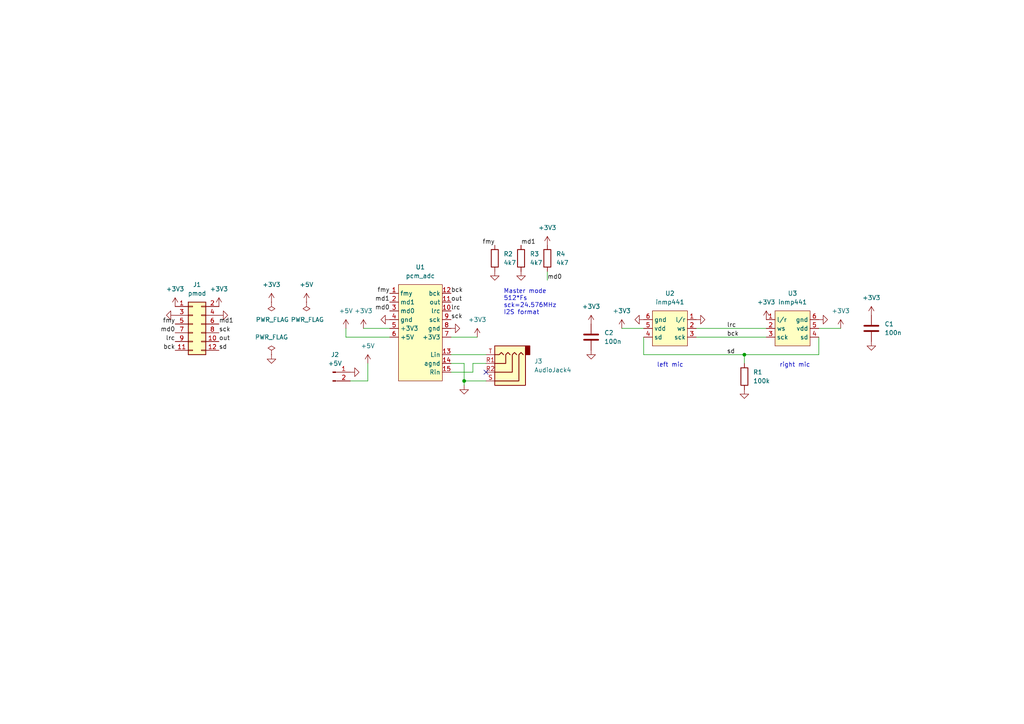
<source format=kicad_sch>
(kicad_sch (version 20211123) (generator eeschema)
  (paper "A4")
  (title_block (title "PMC1808 module & mic") (date "2022-12-16") (rev "1.0"))
  (lib_symbols
    (symbol "Connector:AudioJack4"
      (property "Reference" "J" (at 0 8.89 0))
      (property "Value" "AudioJack4" (at 0 6.35 0))
      (symbol "AudioJack4_0_1"
        (rectangle (start -6.35 -5.08) (end -7.62 -7.62) (stroke (width 0.254)) (fill (type outline)))
        (polyline (pts (xy 0 -5.08) (xy 0.635 -5.715) (xy 1.27 -5.08) (xy 2.54 -5.08)) (stroke (width 0.254)))
        (polyline (pts (xy -5.715 -5.08) (xy -5.08 -5.715) (xy -4.445 -5.08) (xy -4.445 2.54) (xy 2.54 2.54)) (stroke (width 0.254)))
        (polyline (pts (xy -1.905 -5.08) (xy -1.27 -5.715) (xy -0.635 -5.08) (xy -0.635 -2.54) (xy 2.54 -2.54)) (stroke (width 0.254)))
        (polyline (pts (xy 2.54 0) (xy -2.54 0) (xy -2.54 -5.08) (xy -3.175 -5.715) (xy -3.81 -5.08)) (stroke (width 0.254)))
        (rectangle (start 2.54 3.81) (end -6.35 -7.62) (stroke (width 0.254)) (fill (type background)))
      )
      (symbol "AudioJack4_1_1"
        (pin passive line (at 5.08 -2.54 180) (length 2.54) (name "~") (number "R1"))
        (pin passive line (at 5.08 0 180) (length 2.54) (name "~") (number "R2"))
        (pin passive line (at 5.08 2.54 180) (length 2.54) (name "~") (number "S"))
        (pin passive line (at 5.08 -5.08 180) (length 2.54) (name "~") (number "T"))
      )
    )
    (symbol "Connector:Conn_01x02_Male" (pin_names (offset 1.016) hide)
      (property "Reference" "J" (at 0 2.54 0))
      (property "Value" "Conn_01x02_Male" (at 0 -5.08 0))
      (symbol "Conn_01x02_Male_1_1"
        (polyline (pts (xy 1.27 -2.54) (xy 0.8636 -2.54)) (stroke (width 0.1524)))
        (polyline (pts (xy 1.27 0) (xy 0.8636 0)) (stroke (width 0.1524)))
        (rectangle (start 0.8636 -2.413) (end 0 -2.667) (stroke (width 0.1524)) (fill (type outline)))
        (rectangle (start 0.8636 0.127) (end 0 -0.127) (stroke (width 0.1524)) (fill (type outline)))
        (pin passive line (at 5.08 0 180) (length 3.81) (name "Pin_1") (number "1"))
        (pin passive line (at 5.08 -2.54 180) (length 3.81) (name "Pin_2") (number "2"))
      )
    )
    (symbol "Connector_Generic:Conn_02x06_Odd_Even" (pin_names (offset 1.016) hide)
      (property "Reference" "J" (at 1.27 7.62 0))
      (property "Value" "Conn_02x06_Odd_Even" (at 1.27 -10.16 0))
      (symbol "Conn_02x06_Odd_Even_1_1"
        (rectangle (start -1.27 -7.493) (end 0 -7.747) (stroke (width 0.1524)))
        (rectangle (start -1.27 -4.953) (end 0 -5.207) (stroke (width 0.1524)))
        (rectangle (start -1.27 -2.413) (end 0 -2.667) (stroke (width 0.1524)))
        (rectangle (start -1.27 0.127) (end 0 -0.127) (stroke (width 0.1524)))
        (rectangle (start -1.27 2.667) (end 0 2.413) (stroke (width 0.1524)))
        (rectangle (start -1.27 5.207) (end 0 4.953) (stroke (width 0.1524)))
        (rectangle (start -1.27 6.35) (end 3.81 -8.89) (stroke (width 0.254)) (fill (type background)))
        (rectangle (start 3.81 -7.493) (end 2.54 -7.747) (stroke (width 0.1524)))
        (rectangle (start 3.81 -4.953) (end 2.54 -5.207) (stroke (width 0.1524)))
        (rectangle (start 3.81 -2.413) (end 2.54 -2.667) (stroke (width 0.1524)))
        (rectangle (start 3.81 0.127) (end 2.54 -0.127) (stroke (width 0.1524)))
        (rectangle (start 3.81 2.667) (end 2.54 2.413) (stroke (width 0.1524)))
        (rectangle (start 3.81 5.207) (end 2.54 4.953) (stroke (width 0.1524)))
        (pin passive line (at -5.08 5.08 0) (length 3.81) (name "Pin_1") (number "1"))
        (pin passive line (at 7.62 -5.08 180) (length 3.81) (name "Pin_10") (number "10"))
        (pin passive line (at -5.08 -7.62 0) (length 3.81) (name "Pin_11") (number "11"))
        (pin passive line (at 7.62 -7.62 180) (length 3.81) (name "Pin_12") (number "12"))
        (pin passive line (at 7.62 5.08 180) (length 3.81) (name "Pin_2") (number "2"))
        (pin passive line (at -5.08 2.54 0) (length 3.81) (name "Pin_3") (number "3"))
        (pin passive line (at 7.62 2.54 180) (length 3.81) (name "Pin_4") (number "4"))
        (pin passive line (at -5.08 0 0) (length 3.81) (name "Pin_5") (number "5"))
        (pin passive line (at 7.62 0 180) (length 3.81) (name "Pin_6") (number "6"))
        (pin passive line (at -5.08 -2.54 0) (length 3.81) (name "Pin_7") (number "7"))
        (pin passive line (at 7.62 -2.54 180) (length 3.81) (name "Pin_8") (number "8"))
        (pin passive line (at -5.08 -5.08 0) (length 3.81) (name "Pin_9") (number "9"))
      )
    )
    (symbol "Device:C" (pin_numbers hide) (pin_names (offset 0.254))
      (property "Reference" "C" (at 0.635 2.54 0))
      (property "Value" "C" (at 0.635 -2.54 0))
      (symbol "C_0_1"
        (polyline (pts (xy -2.032 -0.762) (xy 2.032 -0.762)) (stroke (width 0.508)))
        (polyline (pts (xy -2.032 0.762) (xy 2.032 0.762)) (stroke (width 0.508)))
      )
      (symbol "C_1_1"
        (pin passive line (at 0 3.81 270) (length 2.794) (name "~") (number "1"))
        (pin passive line (at 0 -3.81 90) (length 2.794) (name "~") (number "2"))
      )
    )
    (symbol "Device:R" (pin_numbers hide) (pin_names (offset 0))
      (property "Reference" "R" (at 2.032 0 90))
      (property "Value" "R" (at 0 0 90))
      (symbol "R_0_1"
        (rectangle (start -1.016 -2.54) (end 1.016 2.54) (stroke (width 0.254)))
      )
      (symbol "R_1_1"
        (pin passive line (at 0 3.81 270) (length 1.27) (name "~") (number "1"))
        (pin passive line (at 0 -3.81 90) (length 1.27) (name "~") (number "2"))
      )
    )
    (symbol "pcm:inmp441"
      (property "Reference" "U" (at 0 2.54 0))
      (property "Value" "inmp441" (at 0 0 0))
      (symbol "inmp441_0_1"
        (rectangle (start -5.08 -2.54) (end 5.08 -12.7) (fill (type background)))
      )
      (symbol "inmp441_1_1"
        (pin input line (at -7.62 -5.08 0) (length 2.54) (name "l/r") (number "1"))
        (pin input line (at -7.62 -7.62 0) (length 2.54) (name "ws") (number "2"))
        (pin input line (at -7.62 -10.16 0) (length 2.54) (name "sck") (number "3"))
        (pin input line (at 7.62 -10.16 180) (length 2.54) (name "sd") (number "4"))
        (pin power_in line (at 7.62 -7.62 180) (length 2.54) (name "vdd") (number "5"))
        (pin power_in line (at 7.62 -5.08 180) (length 2.54) (name "gnd") (number "6"))
      )
    )
    (symbol "pcm:pcm_adc"
      (property "Reference" "U" (at 0 1.27 0))
      (property "Value" "pcm_adc" (at 0 0 0))
      (symbol "pcm_adc_0_1"
        (rectangle (start -6.35 -2.54) (end 6.35 -30.48) (fill (type background)))
      )
      (symbol "pcm_adc_1_1"
        (pin input line (at -8.89 -5.08 0) (length 2.54) (name "fmy") (number "1"))
        (pin input line (at 8.89 -10.16 180) (length 2.54) (name "lrc") (number "10"))
        (pin output line (at 8.89 -7.62 180) (length 2.54) (name "out") (number "11"))
        (pin input line (at 8.89 -5.08 180) (length 2.54) (name "bck") (number "12"))
        (pin input line (at 8.89 -22.86 180) (length 2.54) (name "Lin") (number "13"))
        (pin power_in line (at 8.89 -25.4 180) (length 2.54) (name "agnd") (number "14"))
        (pin input line (at 8.89 -27.94 180) (length 2.54) (name "Rin") (number "15"))
        (pin input line (at -8.89 -7.62 0) (length 2.54) (name "md1") (number "2"))
        (pin input line (at -8.89 -10.16 0) (length 2.54) (name "md0") (number "3"))
        (pin power_in line (at -8.89 -12.7 0) (length 2.54) (name "gnd") (number "4"))
        (pin power_in line (at -8.89 -15.24 0) (length 2.54) (name "+3V3") (number "5"))
        (pin power_in line (at -8.89 -17.78 0) (length 2.54) (name "+5V") (number "6"))
        (pin power_in line (at 8.89 -17.78 180) (length 2.54) (name "+3V3") (number "7"))
        (pin power_in line (at 8.89 -15.24 180) (length 2.54) (name "gnd") (number "8"))
        (pin input line (at 8.89 -12.7 180) (length 2.54) (name "sck") (number "9"))
      )
    )
    (symbol "power:+3V3" (power) (pin_names (offset 0))
      (property "Value" "+3V3" (at 0 3.556 0))
      (symbol "+3V3_0_1"
        (polyline (pts (xy -0.762 1.27) (xy 0 2.54)))
        (polyline (pts (xy 0 0) (xy 0 2.54)))
        (polyline (pts (xy 0 2.54) (xy 0.762 1.27)))
      )
      (symbol "+3V3_1_1"
        (pin power_in line (at 0 0 90) (length 0) hide (name "+3V3") (number "1"))
      )
    )
    (symbol "power:+5V" (power) (pin_names (offset 0))
      (property "Value" "+5V" (at 0 3.556 0))
      (symbol "+5V_0_1"
        (polyline (pts (xy -0.762 1.27) (xy 0 2.54)))
        (polyline (pts (xy 0 0) (xy 0 2.54)))
        (polyline (pts (xy 0 2.54) (xy 0.762 1.27)))
      )
      (symbol "+5V_1_1"
        (pin power_in line (at 0 0 90) (length 0) hide (name "+5V") (number "1"))
      )
    )
    (symbol "power:GND" (power) (pin_names (offset 0))
      (property "Value" "GND" (at 0 -3.81 0))
      (symbol "GND_0_1"
        (polyline (pts (xy 0 0) (xy 0 -1.27) (xy 1.27 -1.27) (xy 0 -2.54) (xy -1.27 -1.27) (xy 0 -1.27)))
      )
      (symbol "GND_1_1"
        (pin power_in line (at 0 0 270) (length 0) hide (name "GND") (number "1"))
      )
    )
    (symbol "power:PWR_FLAG" (power) (pin_numbers hide) (pin_names (offset 0) hide)
      (property "Value" "PWR_FLAG" (at 0 3.81 0))
      (symbol "PWR_FLAG_0_0"
        (pin power_out line (at 0 0 90) (length 0) (name "pwr") (number "1"))
      )
      (symbol "PWR_FLAG_0_1"
        (polyline (pts (xy 0 0) (xy 0 1.27) (xy -1.016 1.905) (xy 0 2.54) (xy 1.016 1.905) (xy 0 1.27)))
      )
    )
  )
  (junction (at 134.62 110.49))
  (junction (at 215.9 102.87))
  (no_connect (at 140.97 107.95))
  (wire (pts (xy 201.93 95.25) (xy 222.25 95.25)))
  (wire (pts (xy 134.62 110.49) (xy 134.62 105.41)))
  (wire (pts (xy 237.49 95.25) (xy 243.84 95.25)))
  (wire (pts (xy 130.81 97.79) (xy 138.43 97.79)))
  (wire (pts (xy 100.33 95.25) (xy 100.33 97.79)))
  (wire (pts (xy 134.62 110.49) (xy 134.62 111.76)))
  (wire (pts (xy 101.6 110.49) (xy 106.68 110.49)))
  (wire (pts (xy 140.97 110.49) (xy 134.62 110.49)))
  (wire (pts (xy 237.49 102.87) (xy 237.49 97.79)))
  (wire (pts (xy 158.75 81.28) (xy 158.75 78.74)))
  (wire (pts (xy 186.69 95.25) (xy 180.34 95.25)))
  (wire (pts (xy 130.81 102.87) (xy 140.97 102.87)))
  (wire (pts (xy 105.41 95.25) (xy 113.03 95.25)))
  (wire (pts (xy 201.93 97.79) (xy 222.25 97.79)))
  (wire (pts (xy 137.16 105.41) (xy 140.97 105.41)))
  (wire (pts (xy 215.9 102.87) (xy 215.9 105.41)))
  (wire (pts (xy 130.81 107.95) (xy 137.16 107.95)))
  (wire (pts (xy 186.69 102.87) (xy 215.9 102.87)))
  (wire (pts (xy 106.68 110.49) (xy 106.68 105.41)))
  (wire (pts (xy 100.33 97.79) (xy 113.03 97.79)))
  (wire (pts (xy 215.9 102.87) (xy 237.49 102.87)))
  (wire (pts (xy 186.69 97.79) (xy 186.69 102.87)))
  (wire (pts (xy 130.81 105.41) (xy 134.62 105.41)))
  (wire (pts (xy 137.16 107.95) (xy 137.16 105.41)))
  (text "left mic" (at 190.5 106.68 0) (effects (font (size 1.27 1.27)) (justify left bottom)))
  (text "right mic" (at 226.06 106.68 0) (effects (font (size 1.27 1.27)) (justify left bottom)))
  (text "Master mode\n512*Fs\nsck=24.576MHz\nI2S format" (at 146.05 91.44 0) (effects (font (size 1.27 1.27)) (justify left bottom)))
  (label "md0" (at 50.8 96.52 180))
  (label "sck" (at 63.5 96.52 0))
  (label "sd" (at 210.82 102.87 0))
  (label "out" (at 130.81 87.63 0))
  (label "fmy" (at 50.8 93.98 180))
  (label "md1" (at 113.03 87.63 180))
  (label "lrc" (at 50.8 99.06 180))
  (label "md0" (at 113.03 90.17 180))
  (label "md0" (at 158.75 81.28 0))
  (label "md1" (at 151.13 71.12 0))
  (label "sck" (at 130.81 92.71 0))
  (label "bck" (at 210.82 97.79 0))
  (label "lrc" (at 210.82 95.25 0))
  (label "bck" (at 50.8 101.6 180))
  (label "fmy" (at 143.51 71.12 180))
  (label "md1" (at 63.5 93.98 0))
  (label "bck" (at 130.81 85.09 0))
  (label "sd" (at 63.5 101.6 0))
  (label "out" (at 63.5 99.06 0))
  (label "lrc" (at 130.81 90.17 0))
  (label "fmy" (at 113.03 85.09 180))
  (symbol (lib_id "power:PWR_FLAG") (at 78.74 102.87 0) (unit 1)
    (property "Reference" "#FLG02" (effects hide))
    (property "Value" "PWR_FLAG" (at 78.74 97.79 0))
  )
  (symbol (lib_id "power:+3V3") (at 180.34 95.25 0) (mirror y) (unit 1)
    (property "Reference" "#PWR017" (effects hide))
    (property "Value" "+3V3" (at 180.34 90.17 0))
  )
  (symbol (lib_id "power:GND") (at 186.69 92.71 270) (mirror x) (unit 1)
    (property "Reference" "#PWR018" (effects hide))
    (property "Value" "GND" (effects hide))
  )
  (symbol (lib_id "power:GND") (at 134.62 111.76 0) (unit 1)
    (property "Reference" "#PWR012" (effects hide))
    (property "Value" "GND" (effects hide))
  )
  (symbol (lib_id "pcm:pcm_adc") (at 121.92 80.01 0) (unit 1)
    (property "Reference" "U1" (at 121.92 77.47 0))
    (property "Value" "pcm_adc" (at 121.92 80.01 0))
    (property "Footprint" "pcm:pcm_adc" (effects hide))
  )
  (symbol (lib_id "Device:R") (at 151.13 74.93 0) (unit 1)
    (property "Reference" "R3" (at 153.67 73.6599 0) (effects (justify left)))
    (property "Value" "4k7" (at 153.67 76.1999 0) (effects (justify left)))
    (property "Footprint" "Resistor_SMD:R_0603_1608Metric_Pad0.98x0.95mm_HandSolder" (effects hide))
  )
  (symbol (lib_id "Device:C") (at 252.73 95.25 0) (unit 1)
    (property "Reference" "C1" (at 256.54 93.9799 0) (effects (justify left)))
    (property "Value" "100n" (at 256.54 96.5199 0) (effects (justify left)))
    (property "Footprint" "Capacitor_SMD:C_0603_1608Metric_Pad1.08x0.95mm_HandSolder" (effects hide))
  )
  (symbol (lib_id "power:GND") (at 201.93 92.71 90) (unit 1)
    (property "Reference" "#PWR019" (effects hide))
    (property "Value" "GND" (effects hide))
  )
  (symbol (lib_id "power:+3V3") (at 243.84 95.25 0) (unit 1)
    (property "Reference" "#PWR022" (effects hide))
    (property "Value" "+3V3" (at 243.84 90.17 0))
  )
  (symbol (lib_id "power:GND") (at 113.03 92.71 270) (mirror x) (unit 1)
    (property "Reference" "#PWR010" (effects hide))
    (property "Value" "GND" (effects hide))
  )
  (symbol (lib_id "power:+3V3") (at 171.45 93.98 0) (unit 1)
    (property "Reference" "#PWR05" (effects hide))
    (property "Value" "+3V3" (at 171.45 88.9 0))
  )
  (symbol (lib_id "power:+3V3") (at 222.25 92.71 0) (unit 1)
    (property "Reference" "#PWR020" (effects hide))
    (property "Value" "+3V3" (at 222.25 87.63 0))
  )
  (symbol (lib_id "Connector:Conn_01x02_Male") (at 96.52 107.95 0) (unit 1)
    (property "Reference" "J2" (at 97.155 102.87 0))
    (property "Value" "+5V" (at 97.155 105.41 0))
    (property "Footprint" "Connector_PinHeader_2.54mm:PinHeader_1x02_P2.54mm_Vertical" (effects hide))
  )
  (symbol (lib_id "Connector:AudioJack4") (at 146.05 107.95 180) (unit 1)
    (property "Reference" "J3" (at 154.94 104.7749 0) (effects (justify right)))
    (property "Value" "AudioJack4" (at 154.94 107.3149 0) (effects (justify right)))
    (property "Footprint" "Connector_Audio:Jack_3.5mm_PJ320D_Horizontal" (effects hide))
  )
  (symbol (lib_id "power:+3V3") (at 63.5 88.9 0) (unit 1)
    (property "Reference" "#PWR03" (effects hide))
    (property "Value" "+3V3" (at 63.5 83.82 0))
  )
  (symbol (lib_id "Device:R") (at 158.75 74.93 0) (unit 1)
    (property "Reference" "R4" (at 161.29 73.6599 0) (effects (justify left)))
    (property "Value" "4k7" (at 161.29 76.1999 0) (effects (justify left)))
    (property "Footprint" "Resistor_SMD:R_0603_1608Metric_Pad0.98x0.95mm_HandSolder" (effects hide))
  )
  (symbol (lib_id "power:GND") (at 237.49 92.71 90) (unit 1)
    (property "Reference" "#PWR021" (effects hide))
    (property "Value" "GND" (effects hide))
  )
  (symbol (lib_id "Device:C") (at 171.45 97.79 0) (unit 1)
    (property "Reference" "C2" (at 175.26 96.5199 0) (effects (justify left)))
    (property "Value" "100n" (at 175.26 99.0599 0) (effects (justify left)))
    (property "Footprint" "Capacitor_SMD:C_0603_1608Metric_Pad1.08x0.95mm_HandSolder" (effects hide))
  )
  (symbol (lib_id "power:PWR_FLAG") (at 78.74 87.63 0) (mirror x) (unit 1)
    (property "Reference" "#FLG01" (effects hide))
    (property "Value" "PWR_FLAG" (at 83.82 92.71 0) (effects (justify right)))
  )
  (symbol (lib_id "power:GND") (at 63.5 91.44 90) (unit 1)
    (property "Reference" "#PWR04" (effects hide))
    (property "Value" "GND" (effects hide))
  )
  (symbol (lib_id "power:GND") (at 215.9 113.03 0) (unit 1)
    (property "Reference" "#PWR025" (effects hide))
    (property "Value" "GND" (effects hide))
  )
  (symbol (lib_id "pcm:inmp441") (at 194.31 87.63 0) (mirror y) (unit 1)
    (property "Reference" "U2" (at 194.31 85.09 0))
    (property "Value" "inmp441" (at 194.31 87.63 0))
    (property "Footprint" "pcm:inmp441-module" (effects hide))
  )
  (symbol (lib_id "power:GND") (at 252.73 99.06 0) (unit 1)
    (property "Reference" "#PWR024" (effects hide))
    (property "Value" "GND" (effects hide))
  )
  (symbol (lib_id "power:+3V3") (at 105.41 95.25 0) (unit 1)
    (property "Reference" "#PWR08" (effects hide))
    (property "Value" "+3V3" (at 105.41 90.17 0))
  )
  (symbol (lib_id "power:+3V3") (at 50.8 88.9 0) (unit 1)
    (property "Reference" "#PWR01" (effects hide))
    (property "Value" "+3V3" (at 50.8 83.82 0))
  )
  (symbol (lib_id "power:+5V") (at 88.9 87.63 0) (unit 1)
    (property "Reference" "#PWR016" (effects hide))
    (property "Value" "+5V" (at 88.9 82.55 0))
  )
  (symbol (lib_id "power:+3V3") (at 252.73 91.44 0) (unit 1)
    (property "Reference" "#PWR023" (effects hide))
    (property "Value" "+3V3" (at 252.73 86.36 0))
  )
  (symbol (lib_id "Device:R") (at 215.9 109.22 0) (unit 1)
    (property "Reference" "R1" (at 218.44 107.9499 0) (effects (justify left)))
    (property "Value" "100k" (at 218.44 110.4899 0) (effects (justify left)))
    (property "Footprint" "Resistor_SMD:R_0603_1608Metric_Pad0.98x0.95mm_HandSolder" (effects hide))
  )
  (symbol (lib_id "power:PWR_FLAG") (at 88.9 87.63 0) (mirror x) (unit 1)
    (property "Reference" "#FLG03" (effects hide))
    (property "Value" "PWR_FLAG" (at 93.98 92.71 0) (effects (justify right)))
  )
  (symbol (lib_id "power:GND") (at 151.13 78.74 0) (unit 1)
    (property "Reference" "#PWR0102" (effects hide))
    (property "Value" "GND" (effects hide))
  )
  (symbol (lib_id "pcm:inmp441") (at 229.87 87.63 0) (unit 1)
    (property "Reference" "U3" (at 229.87 85.09 0))
    (property "Value" "inmp441" (at 229.87 87.63 0))
    (property "Footprint" "pcm:inmp441-module" (effects hide))
  )
  (symbol (lib_id "power:+3V3") (at 78.74 87.63 0) (unit 1)
    (property "Reference" "#PWR014" (effects hide))
    (property "Value" "+3V3" (at 78.74 82.55 0))
  )
  (symbol (lib_id "Connector_Generic:Conn_02x06_Odd_Even") (at 55.88 93.98 0) (unit 1)
    (property "Reference" "J1" (at 57.15 82.55 0))
    (property "Value" "pmod" (at 57.15 85.09 0))
    (property "Footprint" "Connector_PinHeader_2.54mm:PinHeader_2x06_P2.54mm_Horizontal" (effects hide))
  )
  (symbol (lib_id "power:GND") (at 171.45 101.6 0) (unit 1)
    (property "Reference" "#PWR026" (effects hide))
    (property "Value" "GND" (effects hide))
  )
  (symbol (lib_id "power:GND") (at 101.6 107.95 90) (unit 1)
    (property "Reference" "#PWR07" (effects hide))
    (property "Value" "GND" (effects hide))
  )
  (symbol (lib_id "power:+5V") (at 106.68 105.41 0) (unit 1)
    (property "Reference" "#PWR09" (effects hide))
    (property "Value" "+5V" (at 106.68 100.33 0))
  )
  (symbol (lib_id "Device:R") (at 143.51 74.93 0) (unit 1)
    (property "Reference" "R2" (at 146.05 73.6599 0) (effects (justify left)))
    (property "Value" "4k7" (at 146.05 76.1999 0) (effects (justify left)))
    (property "Footprint" "Resistor_SMD:R_0603_1608Metric_Pad0.98x0.95mm_HandSolder" (effects hide))
  )
  (symbol (lib_id "power:+3V3") (at 138.43 97.79 0) (unit 1)
    (property "Reference" "#PWR013" (effects hide))
    (property "Value" "+3V3" (at 138.43 92.71 0))
  )
  (symbol (lib_id "power:GND") (at 78.74 102.87 0) (unit 1)
    (property "Reference" "#PWR015" (effects hide))
    (property "Value" "GND" (effects hide))
  )
  (symbol (lib_id "power:GND") (at 143.51 78.74 0) (unit 1)
    (property "Reference" "#PWR027" (effects hide))
    (property "Value" "GND" (effects hide))
  )
  (symbol (lib_id "power:GND") (at 50.8 91.44 270) (mirror x) (unit 1)
    (property "Reference" "#PWR02" (effects hide))
    (property "Value" "GND" (effects hide))
  )
  (symbol (lib_id "power:+3V3") (at 158.75 71.12 0) (unit 1)
    (property "Reference" "#PWR0101" (effects hide))
    (property "Value" "+3V3" (at 158.75 66.04 0))
  )
  (symbol (lib_id "power:+5V") (at 100.33 95.25 0) (unit 1)
    (property "Reference" "#PWR06" (effects hide))
    (property "Value" "+5V" (at 100.33 90.17 0))
  )
  (symbol (lib_id "power:GND") (at 130.81 95.25 90) (unit 1)
    (property "Reference" "#PWR011" (effects hide))
    (property "Value" "GND" (effects hide))
  )
)
</source>
